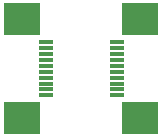
<source format=gts>
G04*
G04 #@! TF.GenerationSoftware,Altium Limited,Altium Designer,18.1.9 (240)*
G04*
G04 Layer_Color=8388736*
%FSLAX44Y44*%
%MOMM*%
G71*
G01*
G75*
%ADD14R,1.3000X0.4000*%
%ADD15R,3.1000X2.8000*%
D14*
X110100Y37500D02*
D03*
Y42500D02*
D03*
Y47500D02*
D03*
Y52500D02*
D03*
Y57500D02*
D03*
Y62500D02*
D03*
Y67500D02*
D03*
Y72500D02*
D03*
Y77500D02*
D03*
Y82500D02*
D03*
X49900Y82500D02*
D03*
Y77500D02*
D03*
Y72500D02*
D03*
Y67500D02*
D03*
Y62500D02*
D03*
Y57500D02*
D03*
Y52500D02*
D03*
Y47500D02*
D03*
Y42500D02*
D03*
Y37500D02*
D03*
D15*
X129900Y18200D02*
D03*
Y101800D02*
D03*
X30100D02*
D03*
Y18200D02*
D03*
M02*

</source>
